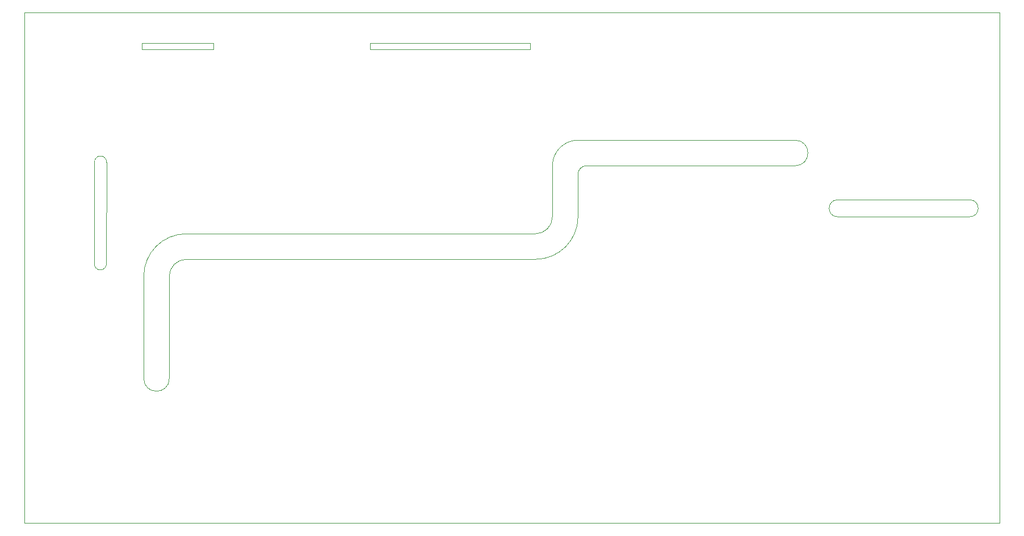
<source format=gbr>
G04 #@! TF.GenerationSoftware,KiCad,Pcbnew,(5.1.6)-1*
G04 #@! TF.CreationDate,2021-10-06T20:51:08+02:00*
G04 #@! TF.ProjectId,hamodule,68616d6f-6475-46c6-952e-6b696361645f,rev?*
G04 #@! TF.SameCoordinates,Original*
G04 #@! TF.FileFunction,Profile,NP*
%FSLAX46Y46*%
G04 Gerber Fmt 4.6, Leading zero omitted, Abs format (unit mm)*
G04 Created by KiCad (PCBNEW (5.1.6)-1) date 2021-10-06 20:51:08*
%MOMM*%
%LPD*%
G01*
G04 APERTURE LIST*
G04 #@! TA.AperFunction,Profile*
%ADD10C,0.050000*%
G04 #@! TD*
G04 #@! TA.AperFunction,Profile*
%ADD11C,0.100000*%
G04 #@! TD*
G04 APERTURE END LIST*
D10*
X43180000Y-66040000D02*
G75*
G02*
X39370000Y-66040000I-1905000J0D01*
G01*
X39370000Y-50800000D02*
G75*
G02*
X45720000Y-44450000I6350000J0D01*
G01*
X43180000Y-50800000D02*
G75*
G02*
X45720000Y-48260000I2540000J0D01*
G01*
X45720000Y-44450000D02*
X50800000Y-44450000D01*
X39370000Y-66040000D02*
X39370000Y-50800000D01*
X43180000Y-50800000D02*
X43180000Y-66040000D01*
X48656240Y-48262540D02*
X45720000Y-48260000D01*
X105410000Y-34290000D02*
X109220000Y-34290000D01*
X109220000Y-30480000D02*
X104140000Y-30480000D01*
X104140000Y-35560000D02*
G75*
G02*
X105410000Y-34290000I1270000J0D01*
G01*
X100330000Y-34290000D02*
G75*
G02*
X104140000Y-30480000I3810000J0D01*
G01*
X33800000Y-48895000D02*
G75*
G02*
X32000000Y-48895000I-900000J-50000D01*
G01*
X32020000Y-33785000D02*
G75*
G02*
X33820000Y-33785000I900000J50000D01*
G01*
X33800000Y-48895000D02*
X33820000Y-33785000D01*
X32020000Y-33785000D02*
X32000000Y-48895000D01*
X142875000Y-41910000D02*
G75*
G02*
X142875000Y-39370000I0J1270000D01*
G01*
X136525000Y-30480000D02*
G75*
G02*
X136525000Y-34290000I0J-1905000D01*
G01*
D11*
X49784000Y-16002000D02*
X49784000Y-16891000D01*
X39116000Y-16002000D02*
X49784000Y-16002000D01*
X39116000Y-16891000D02*
X39116000Y-16002000D01*
X49784000Y-16891000D02*
X39116000Y-16891000D01*
X97028000Y-16002000D02*
X97028000Y-16891000D01*
X73152000Y-16002000D02*
X97028000Y-16002000D01*
X73152000Y-16891000D02*
X73152000Y-16002000D01*
X97028000Y-16891000D02*
X73152000Y-16891000D01*
D10*
X162560000Y-39370000D02*
G75*
G02*
X162560000Y-41910000I0J-1270000D01*
G01*
X104140000Y-41910000D02*
G75*
G02*
X97790000Y-48260000I-6350000J0D01*
G01*
X100330000Y-41910000D02*
G75*
G02*
X97790000Y-44450000I-2540000J0D01*
G01*
D11*
X100330000Y-37465000D02*
X100330000Y-34290000D01*
X100330000Y-37465000D02*
X100330000Y-41910000D01*
X104140000Y-35560000D02*
X104140000Y-41910000D01*
X109220000Y-30480000D02*
X113030000Y-30480000D01*
X113665000Y-34290000D02*
X109220000Y-34290000D01*
X158750000Y-39370000D02*
X162560000Y-39370000D01*
X162560000Y-41910000D02*
X158750000Y-41910000D01*
X113030000Y-30480000D02*
X136525000Y-30480000D01*
X136525000Y-34290000D02*
X113665000Y-34290000D01*
X158750000Y-41910000D02*
X142875000Y-41910000D01*
X142875000Y-39370000D02*
X158750000Y-39370000D01*
X50800000Y-44450000D02*
X97790000Y-44450000D01*
X97790000Y-48260000D02*
X48626845Y-48260000D01*
D10*
X21590000Y-87630000D02*
X21590000Y-11430000D01*
X167005000Y-11430000D02*
X21590000Y-11430000D01*
X167005000Y-87630000D02*
X21590000Y-87630000D01*
X167005000Y-87630000D02*
X167005000Y-11430000D01*
M02*

</source>
